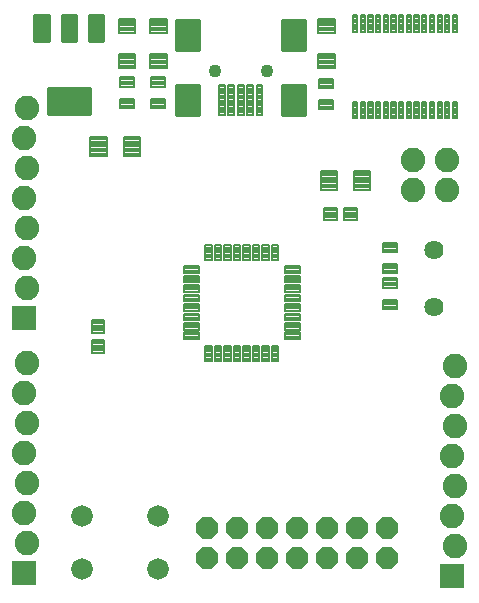
<source format=gts>
G75*
G70*
%OFA0B0*%
%FSLAX24Y24*%
%IPPOS*%
%LPD*%
%AMOC8*
5,1,8,0,0,1.08239X$1,22.5*
%
%ADD10C,0.0081*%
%ADD11C,0.0640*%
%ADD12C,0.0083*%
%ADD13C,0.0080*%
%ADD14C,0.0083*%
%ADD15C,0.0087*%
%ADD16C,0.0434*%
%ADD17C,0.0084*%
%ADD18C,0.0085*%
%ADD19R,0.0820X0.0820*%
%ADD20C,0.0820*%
%ADD21OC8,0.0720*%
%ADD22C,0.0720*%
%ADD23C,0.0082*%
%ADD24C,0.0081*%
D10*
X006989Y008201D02*
X007209Y008201D01*
X006989Y008201D02*
X006989Y008701D01*
X007209Y008701D01*
X007209Y008201D01*
X007209Y008281D02*
X006989Y008281D01*
X006989Y008361D02*
X007209Y008361D01*
X007209Y008441D02*
X006989Y008441D01*
X006989Y008521D02*
X007209Y008521D01*
X007209Y008601D02*
X006989Y008601D01*
X006989Y008681D02*
X007209Y008681D01*
X007304Y008201D02*
X007524Y008201D01*
X007304Y008201D02*
X007304Y008701D01*
X007524Y008701D01*
X007524Y008201D01*
X007524Y008281D02*
X007304Y008281D01*
X007304Y008361D02*
X007524Y008361D01*
X007524Y008441D02*
X007304Y008441D01*
X007304Y008521D02*
X007524Y008521D01*
X007524Y008601D02*
X007304Y008601D01*
X007304Y008681D02*
X007524Y008681D01*
X007619Y008201D02*
X007839Y008201D01*
X007619Y008201D02*
X007619Y008701D01*
X007839Y008701D01*
X007839Y008201D01*
X007839Y008281D02*
X007619Y008281D01*
X007619Y008361D02*
X007839Y008361D01*
X007839Y008441D02*
X007619Y008441D01*
X007619Y008521D02*
X007839Y008521D01*
X007839Y008601D02*
X007619Y008601D01*
X007619Y008681D02*
X007839Y008681D01*
X007934Y008201D02*
X008154Y008201D01*
X007934Y008201D02*
X007934Y008701D01*
X008154Y008701D01*
X008154Y008201D01*
X008154Y008281D02*
X007934Y008281D01*
X007934Y008361D02*
X008154Y008361D01*
X008154Y008441D02*
X007934Y008441D01*
X007934Y008521D02*
X008154Y008521D01*
X008154Y008601D02*
X007934Y008601D01*
X007934Y008681D02*
X008154Y008681D01*
X008249Y008201D02*
X008469Y008201D01*
X008249Y008201D02*
X008249Y008701D01*
X008469Y008701D01*
X008469Y008201D01*
X008469Y008281D02*
X008249Y008281D01*
X008249Y008361D02*
X008469Y008361D01*
X008469Y008441D02*
X008249Y008441D01*
X008249Y008521D02*
X008469Y008521D01*
X008469Y008601D02*
X008249Y008601D01*
X008249Y008681D02*
X008469Y008681D01*
X008564Y008201D02*
X008784Y008201D01*
X008564Y008201D02*
X008564Y008701D01*
X008784Y008701D01*
X008784Y008201D01*
X008784Y008281D02*
X008564Y008281D01*
X008564Y008361D02*
X008784Y008361D01*
X008784Y008441D02*
X008564Y008441D01*
X008564Y008521D02*
X008784Y008521D01*
X008784Y008601D02*
X008564Y008601D01*
X008564Y008681D02*
X008784Y008681D01*
X008879Y008201D02*
X009099Y008201D01*
X008879Y008201D02*
X008879Y008701D01*
X009099Y008701D01*
X009099Y008201D01*
X009099Y008281D02*
X008879Y008281D01*
X008879Y008361D02*
X009099Y008361D01*
X009099Y008441D02*
X008879Y008441D01*
X008879Y008521D02*
X009099Y008521D01*
X009099Y008601D02*
X008879Y008601D01*
X008879Y008681D02*
X009099Y008681D01*
X009193Y008201D02*
X009413Y008201D01*
X009193Y008201D02*
X009193Y008701D01*
X009413Y008701D01*
X009413Y008201D01*
X009413Y008281D02*
X009193Y008281D01*
X009193Y008361D02*
X009413Y008361D01*
X009413Y008441D02*
X009193Y008441D01*
X009193Y008521D02*
X009413Y008521D01*
X009413Y008601D02*
X009193Y008601D01*
X009193Y008681D02*
X009413Y008681D01*
X009641Y008929D02*
X010141Y008929D01*
X009641Y008929D02*
X009641Y009149D01*
X010141Y009149D01*
X010141Y008929D01*
X010141Y009009D02*
X009641Y009009D01*
X009641Y009089D02*
X010141Y009089D01*
X010141Y009244D02*
X009641Y009244D01*
X009641Y009464D01*
X010141Y009464D01*
X010141Y009244D01*
X010141Y009324D02*
X009641Y009324D01*
X009641Y009404D02*
X010141Y009404D01*
X010141Y009559D02*
X009641Y009559D01*
X009641Y009779D01*
X010141Y009779D01*
X010141Y009559D01*
X010141Y009639D02*
X009641Y009639D01*
X009641Y009719D02*
X010141Y009719D01*
X010141Y009874D02*
X009641Y009874D01*
X009641Y010094D01*
X010141Y010094D01*
X010141Y009874D01*
X010141Y009954D02*
X009641Y009954D01*
X009641Y010034D02*
X010141Y010034D01*
X010141Y010189D02*
X009641Y010189D01*
X009641Y010409D01*
X010141Y010409D01*
X010141Y010189D01*
X010141Y010269D02*
X009641Y010269D01*
X009641Y010349D02*
X010141Y010349D01*
X010141Y010504D02*
X009641Y010504D01*
X009641Y010724D01*
X010141Y010724D01*
X010141Y010504D01*
X010141Y010584D02*
X009641Y010584D01*
X009641Y010664D02*
X010141Y010664D01*
X010141Y010819D02*
X009641Y010819D01*
X009641Y011039D01*
X010141Y011039D01*
X010141Y010819D01*
X010141Y010899D02*
X009641Y010899D01*
X009641Y010979D02*
X010141Y010979D01*
X010141Y011133D02*
X009641Y011133D01*
X009641Y011353D01*
X010141Y011353D01*
X010141Y011133D01*
X010141Y011213D02*
X009641Y011213D01*
X009641Y011293D02*
X010141Y011293D01*
X009413Y011581D02*
X009193Y011581D01*
X009193Y012081D01*
X009413Y012081D01*
X009413Y011581D01*
X009413Y011661D02*
X009193Y011661D01*
X009193Y011741D02*
X009413Y011741D01*
X009413Y011821D02*
X009193Y011821D01*
X009193Y011901D02*
X009413Y011901D01*
X009413Y011981D02*
X009193Y011981D01*
X009193Y012061D02*
X009413Y012061D01*
X009099Y011581D02*
X008879Y011581D01*
X008879Y012081D01*
X009099Y012081D01*
X009099Y011581D01*
X009099Y011661D02*
X008879Y011661D01*
X008879Y011741D02*
X009099Y011741D01*
X009099Y011821D02*
X008879Y011821D01*
X008879Y011901D02*
X009099Y011901D01*
X009099Y011981D02*
X008879Y011981D01*
X008879Y012061D02*
X009099Y012061D01*
X008784Y011581D02*
X008564Y011581D01*
X008564Y012081D01*
X008784Y012081D01*
X008784Y011581D01*
X008784Y011661D02*
X008564Y011661D01*
X008564Y011741D02*
X008784Y011741D01*
X008784Y011821D02*
X008564Y011821D01*
X008564Y011901D02*
X008784Y011901D01*
X008784Y011981D02*
X008564Y011981D01*
X008564Y012061D02*
X008784Y012061D01*
X008469Y011581D02*
X008249Y011581D01*
X008249Y012081D01*
X008469Y012081D01*
X008469Y011581D01*
X008469Y011661D02*
X008249Y011661D01*
X008249Y011741D02*
X008469Y011741D01*
X008469Y011821D02*
X008249Y011821D01*
X008249Y011901D02*
X008469Y011901D01*
X008469Y011981D02*
X008249Y011981D01*
X008249Y012061D02*
X008469Y012061D01*
X008154Y011581D02*
X007934Y011581D01*
X007934Y012081D01*
X008154Y012081D01*
X008154Y011581D01*
X008154Y011661D02*
X007934Y011661D01*
X007934Y011741D02*
X008154Y011741D01*
X008154Y011821D02*
X007934Y011821D01*
X007934Y011901D02*
X008154Y011901D01*
X008154Y011981D02*
X007934Y011981D01*
X007934Y012061D02*
X008154Y012061D01*
X007839Y011581D02*
X007619Y011581D01*
X007619Y012081D01*
X007839Y012081D01*
X007839Y011581D01*
X007839Y011661D02*
X007619Y011661D01*
X007619Y011741D02*
X007839Y011741D01*
X007839Y011821D02*
X007619Y011821D01*
X007619Y011901D02*
X007839Y011901D01*
X007839Y011981D02*
X007619Y011981D01*
X007619Y012061D02*
X007839Y012061D01*
X007524Y011581D02*
X007304Y011581D01*
X007304Y012081D01*
X007524Y012081D01*
X007524Y011581D01*
X007524Y011661D02*
X007304Y011661D01*
X007304Y011741D02*
X007524Y011741D01*
X007524Y011821D02*
X007304Y011821D01*
X007304Y011901D02*
X007524Y011901D01*
X007524Y011981D02*
X007304Y011981D01*
X007304Y012061D02*
X007524Y012061D01*
X007209Y011581D02*
X006989Y011581D01*
X006989Y012081D01*
X007209Y012081D01*
X007209Y011581D01*
X007209Y011661D02*
X006989Y011661D01*
X006989Y011741D02*
X007209Y011741D01*
X007209Y011821D02*
X006989Y011821D01*
X006989Y011901D02*
X007209Y011901D01*
X007209Y011981D02*
X006989Y011981D01*
X006989Y012061D02*
X007209Y012061D01*
X006761Y011133D02*
X006261Y011133D01*
X006261Y011353D01*
X006761Y011353D01*
X006761Y011133D01*
X006761Y011213D02*
X006261Y011213D01*
X006261Y011293D02*
X006761Y011293D01*
X006761Y010819D02*
X006261Y010819D01*
X006261Y011039D01*
X006761Y011039D01*
X006761Y010819D01*
X006761Y010899D02*
X006261Y010899D01*
X006261Y010979D02*
X006761Y010979D01*
X006761Y010504D02*
X006261Y010504D01*
X006261Y010724D01*
X006761Y010724D01*
X006761Y010504D01*
X006761Y010584D02*
X006261Y010584D01*
X006261Y010664D02*
X006761Y010664D01*
X006761Y010189D02*
X006261Y010189D01*
X006261Y010409D01*
X006761Y010409D01*
X006761Y010189D01*
X006761Y010269D02*
X006261Y010269D01*
X006261Y010349D02*
X006761Y010349D01*
X006761Y009874D02*
X006261Y009874D01*
X006261Y010094D01*
X006761Y010094D01*
X006761Y009874D01*
X006761Y009954D02*
X006261Y009954D01*
X006261Y010034D02*
X006761Y010034D01*
X006761Y009559D02*
X006261Y009559D01*
X006261Y009779D01*
X006761Y009779D01*
X006761Y009559D01*
X006761Y009639D02*
X006261Y009639D01*
X006261Y009719D02*
X006761Y009719D01*
X006761Y009244D02*
X006261Y009244D01*
X006261Y009464D01*
X006761Y009464D01*
X006761Y009244D01*
X006761Y009324D02*
X006261Y009324D01*
X006261Y009404D02*
X006761Y009404D01*
X006761Y008929D02*
X006261Y008929D01*
X006261Y009149D01*
X006761Y009149D01*
X006761Y008929D01*
X006761Y009009D02*
X006261Y009009D01*
X006261Y009089D02*
X006761Y009089D01*
D11*
X014621Y010011D03*
X014621Y011911D03*
D12*
X012906Y011829D02*
X012906Y012141D01*
X013376Y012141D01*
X013376Y011829D01*
X012906Y011829D01*
X012906Y011911D02*
X013376Y011911D01*
X013376Y011993D02*
X012906Y011993D01*
X012906Y012075D02*
X013376Y012075D01*
X012906Y011433D02*
X012906Y011121D01*
X012906Y011433D02*
X013376Y011433D01*
X013376Y011121D01*
X012906Y011121D01*
X012906Y011203D02*
X013376Y011203D01*
X013376Y011285D02*
X012906Y011285D01*
X012906Y011367D02*
X013376Y011367D01*
X012906Y010951D02*
X012906Y010639D01*
X012906Y010951D02*
X013376Y010951D01*
X013376Y010639D01*
X012906Y010639D01*
X012906Y010721D02*
X013376Y010721D01*
X013376Y010803D02*
X012906Y010803D01*
X012906Y010885D02*
X013376Y010885D01*
X012906Y010243D02*
X012906Y009931D01*
X012906Y010243D02*
X013376Y010243D01*
X013376Y009931D01*
X012906Y009931D01*
X012906Y010013D02*
X013376Y010013D01*
X013376Y010095D02*
X012906Y010095D01*
X012906Y010177D02*
X013376Y010177D01*
X010786Y016591D02*
X010786Y016903D01*
X011256Y016903D01*
X011256Y016591D01*
X010786Y016591D01*
X010786Y016673D02*
X011256Y016673D01*
X011256Y016755D02*
X010786Y016755D01*
X010786Y016837D02*
X011256Y016837D01*
X010786Y017299D02*
X010786Y017611D01*
X011256Y017611D01*
X011256Y017299D01*
X010786Y017299D01*
X010786Y017381D02*
X011256Y017381D01*
X011256Y017463D02*
X010786Y017463D01*
X010786Y017545D02*
X011256Y017545D01*
X005186Y017651D02*
X005186Y017339D01*
X005186Y017651D02*
X005656Y017651D01*
X005656Y017339D01*
X005186Y017339D01*
X005186Y017421D02*
X005656Y017421D01*
X005656Y017503D02*
X005186Y017503D01*
X005186Y017585D02*
X005656Y017585D01*
X005186Y016943D02*
X005186Y016631D01*
X005186Y016943D02*
X005656Y016943D01*
X005656Y016631D01*
X005186Y016631D01*
X005186Y016713D02*
X005656Y016713D01*
X005656Y016795D02*
X005186Y016795D01*
X005186Y016877D02*
X005656Y016877D01*
X004616Y016943D02*
X004616Y016631D01*
X004146Y016631D01*
X004146Y016943D01*
X004616Y016943D01*
X004616Y016713D02*
X004146Y016713D01*
X004146Y016795D02*
X004616Y016795D01*
X004616Y016877D02*
X004146Y016877D01*
X004616Y017339D02*
X004616Y017651D01*
X004616Y017339D02*
X004146Y017339D01*
X004146Y017651D01*
X004616Y017651D01*
X004616Y017421D02*
X004146Y017421D01*
X004146Y017503D02*
X004616Y017503D01*
X004616Y017585D02*
X004146Y017585D01*
D13*
X007433Y017389D02*
X007433Y016405D01*
X007433Y017389D02*
X007629Y017389D01*
X007629Y016405D01*
X007433Y016405D01*
X007433Y016484D02*
X007629Y016484D01*
X007629Y016563D02*
X007433Y016563D01*
X007433Y016642D02*
X007629Y016642D01*
X007629Y016721D02*
X007433Y016721D01*
X007433Y016800D02*
X007629Y016800D01*
X007629Y016879D02*
X007433Y016879D01*
X007433Y016958D02*
X007629Y016958D01*
X007629Y017037D02*
X007433Y017037D01*
X007433Y017116D02*
X007629Y017116D01*
X007629Y017195D02*
X007433Y017195D01*
X007433Y017274D02*
X007629Y017274D01*
X007629Y017353D02*
X007433Y017353D01*
X007748Y017389D02*
X007748Y016405D01*
X007748Y017389D02*
X007944Y017389D01*
X007944Y016405D01*
X007748Y016405D01*
X007748Y016484D02*
X007944Y016484D01*
X007944Y016563D02*
X007748Y016563D01*
X007748Y016642D02*
X007944Y016642D01*
X007944Y016721D02*
X007748Y016721D01*
X007748Y016800D02*
X007944Y016800D01*
X007944Y016879D02*
X007748Y016879D01*
X007748Y016958D02*
X007944Y016958D01*
X007944Y017037D02*
X007748Y017037D01*
X007748Y017116D02*
X007944Y017116D01*
X007944Y017195D02*
X007748Y017195D01*
X007748Y017274D02*
X007944Y017274D01*
X007944Y017353D02*
X007748Y017353D01*
X008063Y017389D02*
X008063Y016405D01*
X008063Y017389D02*
X008259Y017389D01*
X008259Y016405D01*
X008063Y016405D01*
X008063Y016484D02*
X008259Y016484D01*
X008259Y016563D02*
X008063Y016563D01*
X008063Y016642D02*
X008259Y016642D01*
X008259Y016721D02*
X008063Y016721D01*
X008063Y016800D02*
X008259Y016800D01*
X008259Y016879D02*
X008063Y016879D01*
X008063Y016958D02*
X008259Y016958D01*
X008259Y017037D02*
X008063Y017037D01*
X008063Y017116D02*
X008259Y017116D01*
X008259Y017195D02*
X008063Y017195D01*
X008063Y017274D02*
X008259Y017274D01*
X008259Y017353D02*
X008063Y017353D01*
X008378Y017389D02*
X008378Y016405D01*
X008378Y017389D02*
X008574Y017389D01*
X008574Y016405D01*
X008378Y016405D01*
X008378Y016484D02*
X008574Y016484D01*
X008574Y016563D02*
X008378Y016563D01*
X008378Y016642D02*
X008574Y016642D01*
X008574Y016721D02*
X008378Y016721D01*
X008378Y016800D02*
X008574Y016800D01*
X008574Y016879D02*
X008378Y016879D01*
X008378Y016958D02*
X008574Y016958D01*
X008574Y017037D02*
X008378Y017037D01*
X008378Y017116D02*
X008574Y017116D01*
X008574Y017195D02*
X008378Y017195D01*
X008378Y017274D02*
X008574Y017274D01*
X008574Y017353D02*
X008378Y017353D01*
X008693Y017389D02*
X008693Y016405D01*
X008693Y017389D02*
X008889Y017389D01*
X008889Y016405D01*
X008693Y016405D01*
X008693Y016484D02*
X008889Y016484D01*
X008889Y016563D02*
X008693Y016563D01*
X008693Y016642D02*
X008889Y016642D01*
X008889Y016721D02*
X008693Y016721D01*
X008693Y016800D02*
X008889Y016800D01*
X008889Y016879D02*
X008693Y016879D01*
X008693Y016958D02*
X008889Y016958D01*
X008889Y017037D02*
X008693Y017037D01*
X008693Y017116D02*
X008889Y017116D01*
X008889Y017195D02*
X008693Y017195D01*
X008693Y017274D02*
X008889Y017274D01*
X008889Y017353D02*
X008693Y017353D01*
X011910Y016847D02*
X012046Y016847D01*
X012046Y016297D01*
X011910Y016297D01*
X011910Y016847D01*
X011910Y016376D02*
X012046Y016376D01*
X012046Y016455D02*
X011910Y016455D01*
X011910Y016534D02*
X012046Y016534D01*
X012046Y016613D02*
X011910Y016613D01*
X011910Y016692D02*
X012046Y016692D01*
X012046Y016771D02*
X011910Y016771D01*
X012166Y016847D02*
X012302Y016847D01*
X012302Y016297D01*
X012166Y016297D01*
X012166Y016847D01*
X012166Y016376D02*
X012302Y016376D01*
X012302Y016455D02*
X012166Y016455D01*
X012166Y016534D02*
X012302Y016534D01*
X012302Y016613D02*
X012166Y016613D01*
X012166Y016692D02*
X012302Y016692D01*
X012302Y016771D02*
X012166Y016771D01*
X012422Y016847D02*
X012558Y016847D01*
X012558Y016297D01*
X012422Y016297D01*
X012422Y016847D01*
X012422Y016376D02*
X012558Y016376D01*
X012558Y016455D02*
X012422Y016455D01*
X012422Y016534D02*
X012558Y016534D01*
X012558Y016613D02*
X012422Y016613D01*
X012422Y016692D02*
X012558Y016692D01*
X012558Y016771D02*
X012422Y016771D01*
X012677Y016847D02*
X012813Y016847D01*
X012813Y016297D01*
X012677Y016297D01*
X012677Y016847D01*
X012677Y016376D02*
X012813Y016376D01*
X012813Y016455D02*
X012677Y016455D01*
X012677Y016534D02*
X012813Y016534D01*
X012813Y016613D02*
X012677Y016613D01*
X012677Y016692D02*
X012813Y016692D01*
X012813Y016771D02*
X012677Y016771D01*
X012933Y016847D02*
X013069Y016847D01*
X013069Y016297D01*
X012933Y016297D01*
X012933Y016847D01*
X012933Y016376D02*
X013069Y016376D01*
X013069Y016455D02*
X012933Y016455D01*
X012933Y016534D02*
X013069Y016534D01*
X013069Y016613D02*
X012933Y016613D01*
X012933Y016692D02*
X013069Y016692D01*
X013069Y016771D02*
X012933Y016771D01*
X013189Y016847D02*
X013325Y016847D01*
X013325Y016297D01*
X013189Y016297D01*
X013189Y016847D01*
X013189Y016376D02*
X013325Y016376D01*
X013325Y016455D02*
X013189Y016455D01*
X013189Y016534D02*
X013325Y016534D01*
X013325Y016613D02*
X013189Y016613D01*
X013189Y016692D02*
X013325Y016692D01*
X013325Y016771D02*
X013189Y016771D01*
X013445Y016847D02*
X013581Y016847D01*
X013581Y016297D01*
X013445Y016297D01*
X013445Y016847D01*
X013445Y016376D02*
X013581Y016376D01*
X013581Y016455D02*
X013445Y016455D01*
X013445Y016534D02*
X013581Y016534D01*
X013581Y016613D02*
X013445Y016613D01*
X013445Y016692D02*
X013581Y016692D01*
X013581Y016771D02*
X013445Y016771D01*
X013701Y016847D02*
X013837Y016847D01*
X013837Y016297D01*
X013701Y016297D01*
X013701Y016847D01*
X013701Y016376D02*
X013837Y016376D01*
X013837Y016455D02*
X013701Y016455D01*
X013701Y016534D02*
X013837Y016534D01*
X013837Y016613D02*
X013701Y016613D01*
X013701Y016692D02*
X013837Y016692D01*
X013837Y016771D02*
X013701Y016771D01*
X013957Y016847D02*
X014093Y016847D01*
X014093Y016297D01*
X013957Y016297D01*
X013957Y016847D01*
X013957Y016376D02*
X014093Y016376D01*
X014093Y016455D02*
X013957Y016455D01*
X013957Y016534D02*
X014093Y016534D01*
X014093Y016613D02*
X013957Y016613D01*
X013957Y016692D02*
X014093Y016692D01*
X014093Y016771D02*
X013957Y016771D01*
X014213Y016847D02*
X014349Y016847D01*
X014349Y016297D01*
X014213Y016297D01*
X014213Y016847D01*
X014213Y016376D02*
X014349Y016376D01*
X014349Y016455D02*
X014213Y016455D01*
X014213Y016534D02*
X014349Y016534D01*
X014349Y016613D02*
X014213Y016613D01*
X014213Y016692D02*
X014349Y016692D01*
X014349Y016771D02*
X014213Y016771D01*
X014469Y016847D02*
X014605Y016847D01*
X014605Y016297D01*
X014469Y016297D01*
X014469Y016847D01*
X014469Y016376D02*
X014605Y016376D01*
X014605Y016455D02*
X014469Y016455D01*
X014469Y016534D02*
X014605Y016534D01*
X014605Y016613D02*
X014469Y016613D01*
X014469Y016692D02*
X014605Y016692D01*
X014605Y016771D02*
X014469Y016771D01*
X014725Y016847D02*
X014861Y016847D01*
X014861Y016297D01*
X014725Y016297D01*
X014725Y016847D01*
X014725Y016376D02*
X014861Y016376D01*
X014861Y016455D02*
X014725Y016455D01*
X014725Y016534D02*
X014861Y016534D01*
X014861Y016613D02*
X014725Y016613D01*
X014725Y016692D02*
X014861Y016692D01*
X014861Y016771D02*
X014725Y016771D01*
X014981Y016847D02*
X015117Y016847D01*
X015117Y016297D01*
X014981Y016297D01*
X014981Y016847D01*
X014981Y016376D02*
X015117Y016376D01*
X015117Y016455D02*
X014981Y016455D01*
X014981Y016534D02*
X015117Y016534D01*
X015117Y016613D02*
X014981Y016613D01*
X014981Y016692D02*
X015117Y016692D01*
X015117Y016771D02*
X014981Y016771D01*
X015236Y016847D02*
X015372Y016847D01*
X015372Y016297D01*
X015236Y016297D01*
X015236Y016847D01*
X015236Y016376D02*
X015372Y016376D01*
X015372Y016455D02*
X015236Y016455D01*
X015236Y016534D02*
X015372Y016534D01*
X015372Y016613D02*
X015236Y016613D01*
X015236Y016692D02*
X015372Y016692D01*
X015372Y016771D02*
X015236Y016771D01*
X015236Y019725D02*
X015372Y019725D01*
X015372Y019175D01*
X015236Y019175D01*
X015236Y019725D01*
X015236Y019254D02*
X015372Y019254D01*
X015372Y019333D02*
X015236Y019333D01*
X015236Y019412D02*
X015372Y019412D01*
X015372Y019491D02*
X015236Y019491D01*
X015236Y019570D02*
X015372Y019570D01*
X015372Y019649D02*
X015236Y019649D01*
X015117Y019725D02*
X014981Y019725D01*
X015117Y019725D02*
X015117Y019175D01*
X014981Y019175D01*
X014981Y019725D01*
X014981Y019254D02*
X015117Y019254D01*
X015117Y019333D02*
X014981Y019333D01*
X014981Y019412D02*
X015117Y019412D01*
X015117Y019491D02*
X014981Y019491D01*
X014981Y019570D02*
X015117Y019570D01*
X015117Y019649D02*
X014981Y019649D01*
X014861Y019725D02*
X014725Y019725D01*
X014861Y019725D02*
X014861Y019175D01*
X014725Y019175D01*
X014725Y019725D01*
X014725Y019254D02*
X014861Y019254D01*
X014861Y019333D02*
X014725Y019333D01*
X014725Y019412D02*
X014861Y019412D01*
X014861Y019491D02*
X014725Y019491D01*
X014725Y019570D02*
X014861Y019570D01*
X014861Y019649D02*
X014725Y019649D01*
X014605Y019725D02*
X014469Y019725D01*
X014605Y019725D02*
X014605Y019175D01*
X014469Y019175D01*
X014469Y019725D01*
X014469Y019254D02*
X014605Y019254D01*
X014605Y019333D02*
X014469Y019333D01*
X014469Y019412D02*
X014605Y019412D01*
X014605Y019491D02*
X014469Y019491D01*
X014469Y019570D02*
X014605Y019570D01*
X014605Y019649D02*
X014469Y019649D01*
X014349Y019725D02*
X014213Y019725D01*
X014349Y019725D02*
X014349Y019175D01*
X014213Y019175D01*
X014213Y019725D01*
X014213Y019254D02*
X014349Y019254D01*
X014349Y019333D02*
X014213Y019333D01*
X014213Y019412D02*
X014349Y019412D01*
X014349Y019491D02*
X014213Y019491D01*
X014213Y019570D02*
X014349Y019570D01*
X014349Y019649D02*
X014213Y019649D01*
X014093Y019725D02*
X013957Y019725D01*
X014093Y019725D02*
X014093Y019175D01*
X013957Y019175D01*
X013957Y019725D01*
X013957Y019254D02*
X014093Y019254D01*
X014093Y019333D02*
X013957Y019333D01*
X013957Y019412D02*
X014093Y019412D01*
X014093Y019491D02*
X013957Y019491D01*
X013957Y019570D02*
X014093Y019570D01*
X014093Y019649D02*
X013957Y019649D01*
X013837Y019725D02*
X013701Y019725D01*
X013837Y019725D02*
X013837Y019175D01*
X013701Y019175D01*
X013701Y019725D01*
X013701Y019254D02*
X013837Y019254D01*
X013837Y019333D02*
X013701Y019333D01*
X013701Y019412D02*
X013837Y019412D01*
X013837Y019491D02*
X013701Y019491D01*
X013701Y019570D02*
X013837Y019570D01*
X013837Y019649D02*
X013701Y019649D01*
X013581Y019725D02*
X013445Y019725D01*
X013581Y019725D02*
X013581Y019175D01*
X013445Y019175D01*
X013445Y019725D01*
X013445Y019254D02*
X013581Y019254D01*
X013581Y019333D02*
X013445Y019333D01*
X013445Y019412D02*
X013581Y019412D01*
X013581Y019491D02*
X013445Y019491D01*
X013445Y019570D02*
X013581Y019570D01*
X013581Y019649D02*
X013445Y019649D01*
X013325Y019725D02*
X013189Y019725D01*
X013325Y019725D02*
X013325Y019175D01*
X013189Y019175D01*
X013189Y019725D01*
X013189Y019254D02*
X013325Y019254D01*
X013325Y019333D02*
X013189Y019333D01*
X013189Y019412D02*
X013325Y019412D01*
X013325Y019491D02*
X013189Y019491D01*
X013189Y019570D02*
X013325Y019570D01*
X013325Y019649D02*
X013189Y019649D01*
X013069Y019725D02*
X012933Y019725D01*
X013069Y019725D02*
X013069Y019175D01*
X012933Y019175D01*
X012933Y019725D01*
X012933Y019254D02*
X013069Y019254D01*
X013069Y019333D02*
X012933Y019333D01*
X012933Y019412D02*
X013069Y019412D01*
X013069Y019491D02*
X012933Y019491D01*
X012933Y019570D02*
X013069Y019570D01*
X013069Y019649D02*
X012933Y019649D01*
X012813Y019725D02*
X012677Y019725D01*
X012813Y019725D02*
X012813Y019175D01*
X012677Y019175D01*
X012677Y019725D01*
X012677Y019254D02*
X012813Y019254D01*
X012813Y019333D02*
X012677Y019333D01*
X012677Y019412D02*
X012813Y019412D01*
X012813Y019491D02*
X012677Y019491D01*
X012677Y019570D02*
X012813Y019570D01*
X012813Y019649D02*
X012677Y019649D01*
X012558Y019725D02*
X012422Y019725D01*
X012558Y019725D02*
X012558Y019175D01*
X012422Y019175D01*
X012422Y019725D01*
X012422Y019254D02*
X012558Y019254D01*
X012558Y019333D02*
X012422Y019333D01*
X012422Y019412D02*
X012558Y019412D01*
X012558Y019491D02*
X012422Y019491D01*
X012422Y019570D02*
X012558Y019570D01*
X012558Y019649D02*
X012422Y019649D01*
X012302Y019725D02*
X012166Y019725D01*
X012302Y019725D02*
X012302Y019175D01*
X012166Y019175D01*
X012166Y019725D01*
X012166Y019254D02*
X012302Y019254D01*
X012302Y019333D02*
X012166Y019333D01*
X012166Y019412D02*
X012302Y019412D01*
X012302Y019491D02*
X012166Y019491D01*
X012166Y019570D02*
X012302Y019570D01*
X012302Y019649D02*
X012166Y019649D01*
X012046Y019725D02*
X011910Y019725D01*
X012046Y019725D02*
X012046Y019175D01*
X011910Y019175D01*
X011910Y019725D01*
X011910Y019254D02*
X012046Y019254D01*
X012046Y019333D02*
X011910Y019333D01*
X011910Y019412D02*
X012046Y019412D01*
X012046Y019491D02*
X011910Y019491D01*
X011910Y019570D02*
X012046Y019570D01*
X012046Y019649D02*
X011910Y019649D01*
D14*
X010747Y019607D02*
X010747Y019137D01*
X010747Y019607D02*
X011295Y019607D01*
X011295Y019137D01*
X010747Y019137D01*
X010747Y019219D02*
X011295Y019219D01*
X011295Y019301D02*
X010747Y019301D01*
X010747Y019383D02*
X011295Y019383D01*
X011295Y019465D02*
X010747Y019465D01*
X010747Y019547D02*
X011295Y019547D01*
X010747Y018426D02*
X010747Y017956D01*
X010747Y018426D02*
X011295Y018426D01*
X011295Y017956D01*
X010747Y017956D01*
X010747Y018038D02*
X011295Y018038D01*
X011295Y018120D02*
X010747Y018120D01*
X010747Y018202D02*
X011295Y018202D01*
X011295Y018284D02*
X010747Y018284D01*
X010747Y018366D02*
X011295Y018366D01*
X005147Y018426D02*
X005147Y017956D01*
X005147Y018426D02*
X005695Y018426D01*
X005695Y017956D01*
X005147Y017956D01*
X005147Y018038D02*
X005695Y018038D01*
X005695Y018120D02*
X005147Y018120D01*
X005147Y018202D02*
X005695Y018202D01*
X005695Y018284D02*
X005147Y018284D01*
X005147Y018366D02*
X005695Y018366D01*
X005147Y019137D02*
X005147Y019607D01*
X005695Y019607D01*
X005695Y019137D01*
X005147Y019137D01*
X005147Y019219D02*
X005695Y019219D01*
X005695Y019301D02*
X005147Y019301D01*
X005147Y019383D02*
X005695Y019383D01*
X005695Y019465D02*
X005147Y019465D01*
X005147Y019547D02*
X005695Y019547D01*
X004107Y019607D02*
X004107Y019137D01*
X004107Y019607D02*
X004655Y019607D01*
X004655Y019137D01*
X004107Y019137D01*
X004107Y019219D02*
X004655Y019219D01*
X004655Y019301D02*
X004107Y019301D01*
X004107Y019383D02*
X004655Y019383D01*
X004655Y019465D02*
X004107Y019465D01*
X004107Y019547D02*
X004655Y019547D01*
X004107Y018426D02*
X004107Y017956D01*
X004107Y018426D02*
X004655Y018426D01*
X004655Y017956D01*
X004107Y017956D01*
X004107Y018038D02*
X004655Y018038D01*
X004655Y018120D02*
X004107Y018120D01*
X004107Y018202D02*
X004655Y018202D01*
X004655Y018284D02*
X004107Y018284D01*
X004107Y018366D02*
X004655Y018366D01*
D15*
X005999Y018573D02*
X005999Y019551D01*
X006779Y019551D01*
X006779Y018573D01*
X005999Y018573D01*
X005999Y018659D02*
X006779Y018659D01*
X006779Y018745D02*
X005999Y018745D01*
X005999Y018831D02*
X006779Y018831D01*
X006779Y018917D02*
X005999Y018917D01*
X005999Y019003D02*
X006779Y019003D01*
X006779Y019089D02*
X005999Y019089D01*
X005999Y019175D02*
X006779Y019175D01*
X006779Y019261D02*
X005999Y019261D01*
X005999Y019347D02*
X006779Y019347D01*
X006779Y019433D02*
X005999Y019433D01*
X005999Y019519D02*
X006779Y019519D01*
X005999Y017386D02*
X005999Y016408D01*
X005999Y017386D02*
X006779Y017386D01*
X006779Y016408D01*
X005999Y016408D01*
X005999Y016494D02*
X006779Y016494D01*
X006779Y016580D02*
X005999Y016580D01*
X005999Y016666D02*
X006779Y016666D01*
X006779Y016752D02*
X005999Y016752D01*
X005999Y016838D02*
X006779Y016838D01*
X006779Y016924D02*
X005999Y016924D01*
X005999Y017010D02*
X006779Y017010D01*
X006779Y017096D02*
X005999Y017096D01*
X005999Y017182D02*
X006779Y017182D01*
X006779Y017268D02*
X005999Y017268D01*
X005999Y017354D02*
X006779Y017354D01*
X009543Y017386D02*
X009543Y016408D01*
X009543Y017386D02*
X010323Y017386D01*
X010323Y016408D01*
X009543Y016408D01*
X009543Y016494D02*
X010323Y016494D01*
X010323Y016580D02*
X009543Y016580D01*
X009543Y016666D02*
X010323Y016666D01*
X010323Y016752D02*
X009543Y016752D01*
X009543Y016838D02*
X010323Y016838D01*
X010323Y016924D02*
X009543Y016924D01*
X009543Y017010D02*
X010323Y017010D01*
X010323Y017096D02*
X009543Y017096D01*
X009543Y017182D02*
X010323Y017182D01*
X010323Y017268D02*
X009543Y017268D01*
X009543Y017354D02*
X010323Y017354D01*
X009543Y018573D02*
X009543Y019551D01*
X010323Y019551D01*
X010323Y018573D01*
X009543Y018573D01*
X009543Y018659D02*
X010323Y018659D01*
X010323Y018745D02*
X009543Y018745D01*
X009543Y018831D02*
X010323Y018831D01*
X010323Y018917D02*
X009543Y018917D01*
X009543Y019003D02*
X010323Y019003D01*
X010323Y019089D02*
X009543Y019089D01*
X009543Y019175D02*
X010323Y019175D01*
X010323Y019261D02*
X009543Y019261D01*
X009543Y019347D02*
X010323Y019347D01*
X010323Y019433D02*
X009543Y019433D01*
X009543Y019519D02*
X010323Y019519D01*
D16*
X009027Y017881D03*
X007295Y017881D03*
D17*
X003579Y019729D02*
X003103Y019729D01*
X003579Y019729D02*
X003579Y018853D01*
X003103Y018853D01*
X003103Y019729D01*
X003103Y018936D02*
X003579Y018936D01*
X003579Y019019D02*
X003103Y019019D01*
X003103Y019102D02*
X003579Y019102D01*
X003579Y019185D02*
X003103Y019185D01*
X003103Y019268D02*
X003579Y019268D01*
X003579Y019351D02*
X003103Y019351D01*
X003103Y019434D02*
X003579Y019434D01*
X003579Y019517D02*
X003103Y019517D01*
X003103Y019600D02*
X003579Y019600D01*
X003579Y019683D02*
X003103Y019683D01*
X002669Y019729D02*
X002193Y019729D01*
X002669Y019729D02*
X002669Y018853D01*
X002193Y018853D01*
X002193Y019729D01*
X002193Y018936D02*
X002669Y018936D01*
X002669Y019019D02*
X002193Y019019D01*
X002193Y019102D02*
X002669Y019102D01*
X002669Y019185D02*
X002193Y019185D01*
X002193Y019268D02*
X002669Y019268D01*
X002669Y019351D02*
X002193Y019351D01*
X002193Y019434D02*
X002669Y019434D01*
X002669Y019517D02*
X002193Y019517D01*
X002193Y019600D02*
X002669Y019600D01*
X002669Y019683D02*
X002193Y019683D01*
X001759Y019729D02*
X001283Y019729D01*
X001759Y019729D02*
X001759Y018853D01*
X001283Y018853D01*
X001283Y019729D01*
X001283Y018936D02*
X001759Y018936D01*
X001759Y019019D02*
X001283Y019019D01*
X001283Y019102D02*
X001759Y019102D01*
X001759Y019185D02*
X001283Y019185D01*
X001283Y019268D02*
X001759Y019268D01*
X001759Y019351D02*
X001283Y019351D01*
X001283Y019434D02*
X001759Y019434D01*
X001759Y019517D02*
X001283Y019517D01*
X001283Y019600D02*
X001759Y019600D01*
X001759Y019683D02*
X001283Y019683D01*
D18*
X001725Y017282D02*
X003137Y017282D01*
X003137Y016420D01*
X001725Y016420D01*
X001725Y017282D01*
X001725Y016504D02*
X003137Y016504D01*
X003137Y016588D02*
X001725Y016588D01*
X001725Y016672D02*
X003137Y016672D01*
X003137Y016756D02*
X001725Y016756D01*
X001725Y016840D02*
X003137Y016840D01*
X003137Y016924D02*
X001725Y016924D01*
X001725Y017008D02*
X003137Y017008D01*
X003137Y017092D02*
X001725Y017092D01*
X001725Y017176D02*
X003137Y017176D01*
X003137Y017260D02*
X001725Y017260D01*
D19*
X000931Y001141D03*
X000931Y009641D03*
X015211Y001021D03*
D20*
X015311Y002021D03*
X015211Y003021D03*
X015311Y004021D03*
X015211Y005021D03*
X015311Y006021D03*
X015211Y007021D03*
X015311Y008021D03*
X015031Y013901D03*
X015031Y014901D03*
X013891Y014901D03*
X013891Y013901D03*
X001031Y014641D03*
X000931Y013641D03*
X001031Y012641D03*
X000931Y011641D03*
X001031Y010641D03*
X001031Y008141D03*
X000931Y007141D03*
X001031Y006141D03*
X000931Y005141D03*
X001031Y004141D03*
X000931Y003141D03*
X001031Y002141D03*
X000931Y015641D03*
X001031Y016641D03*
D21*
X007041Y002641D03*
X007041Y001641D03*
X008041Y001641D03*
X008041Y002641D03*
X009041Y002641D03*
X009041Y001641D03*
X010041Y001641D03*
X010041Y002641D03*
X011041Y002641D03*
X011041Y001641D03*
X012041Y001641D03*
X012041Y002641D03*
X013041Y002641D03*
X013041Y001641D03*
D22*
X005421Y001251D03*
X005421Y003031D03*
X002861Y003031D03*
X002861Y001251D03*
D23*
X010836Y013907D02*
X010836Y014535D01*
X011384Y014535D01*
X011384Y013907D01*
X010836Y013907D01*
X010836Y013988D02*
X011384Y013988D01*
X011384Y014069D02*
X010836Y014069D01*
X010836Y014150D02*
X011384Y014150D01*
X011384Y014231D02*
X010836Y014231D01*
X010836Y014312D02*
X011384Y014312D01*
X011384Y014393D02*
X010836Y014393D01*
X010836Y014474D02*
X011384Y014474D01*
X011938Y014535D02*
X011938Y013907D01*
X011938Y014535D02*
X012486Y014535D01*
X012486Y013907D01*
X011938Y013907D01*
X011938Y013988D02*
X012486Y013988D01*
X012486Y014069D02*
X011938Y014069D01*
X011938Y014150D02*
X012486Y014150D01*
X012486Y014231D02*
X011938Y014231D01*
X011938Y014312D02*
X012486Y014312D01*
X012486Y014393D02*
X011938Y014393D01*
X011938Y014474D02*
X012486Y014474D01*
X004258Y015027D02*
X004258Y015655D01*
X004806Y015655D01*
X004806Y015027D01*
X004258Y015027D01*
X004258Y015108D02*
X004806Y015108D01*
X004806Y015189D02*
X004258Y015189D01*
X004258Y015270D02*
X004806Y015270D01*
X004806Y015351D02*
X004258Y015351D01*
X004258Y015432D02*
X004806Y015432D01*
X004806Y015513D02*
X004258Y015513D01*
X004258Y015594D02*
X004806Y015594D01*
X003156Y015655D02*
X003156Y015027D01*
X003156Y015655D02*
X003704Y015655D01*
X003704Y015027D01*
X003156Y015027D01*
X003156Y015108D02*
X003704Y015108D01*
X003704Y015189D02*
X003156Y015189D01*
X003156Y015270D02*
X003704Y015270D01*
X003704Y015351D02*
X003156Y015351D01*
X003156Y015432D02*
X003704Y015432D01*
X003704Y015513D02*
X003156Y015513D01*
X003156Y015594D02*
X003704Y015594D01*
D24*
X003224Y009572D02*
X003224Y009140D01*
X003224Y009572D02*
X003618Y009572D01*
X003618Y009140D01*
X003224Y009140D01*
X003224Y009220D02*
X003618Y009220D01*
X003618Y009300D02*
X003224Y009300D01*
X003224Y009380D02*
X003618Y009380D01*
X003618Y009460D02*
X003224Y009460D01*
X003224Y009540D02*
X003618Y009540D01*
X003224Y008902D02*
X003224Y008470D01*
X003224Y008902D02*
X003618Y008902D01*
X003618Y008470D01*
X003224Y008470D01*
X003224Y008550D02*
X003618Y008550D01*
X003618Y008630D02*
X003224Y008630D01*
X003224Y008710D02*
X003618Y008710D01*
X003618Y008790D02*
X003224Y008790D01*
X003224Y008870D02*
X003618Y008870D01*
X010950Y012904D02*
X011382Y012904D01*
X010950Y012904D02*
X010950Y013298D01*
X011382Y013298D01*
X011382Y012904D01*
X011382Y012984D02*
X010950Y012984D01*
X010950Y013064D02*
X011382Y013064D01*
X011382Y013144D02*
X010950Y013144D01*
X010950Y013224D02*
X011382Y013224D01*
X011620Y012904D02*
X012052Y012904D01*
X011620Y012904D02*
X011620Y013298D01*
X012052Y013298D01*
X012052Y012904D01*
X012052Y012984D02*
X011620Y012984D01*
X011620Y013064D02*
X012052Y013064D01*
X012052Y013144D02*
X011620Y013144D01*
X011620Y013224D02*
X012052Y013224D01*
M02*

</source>
